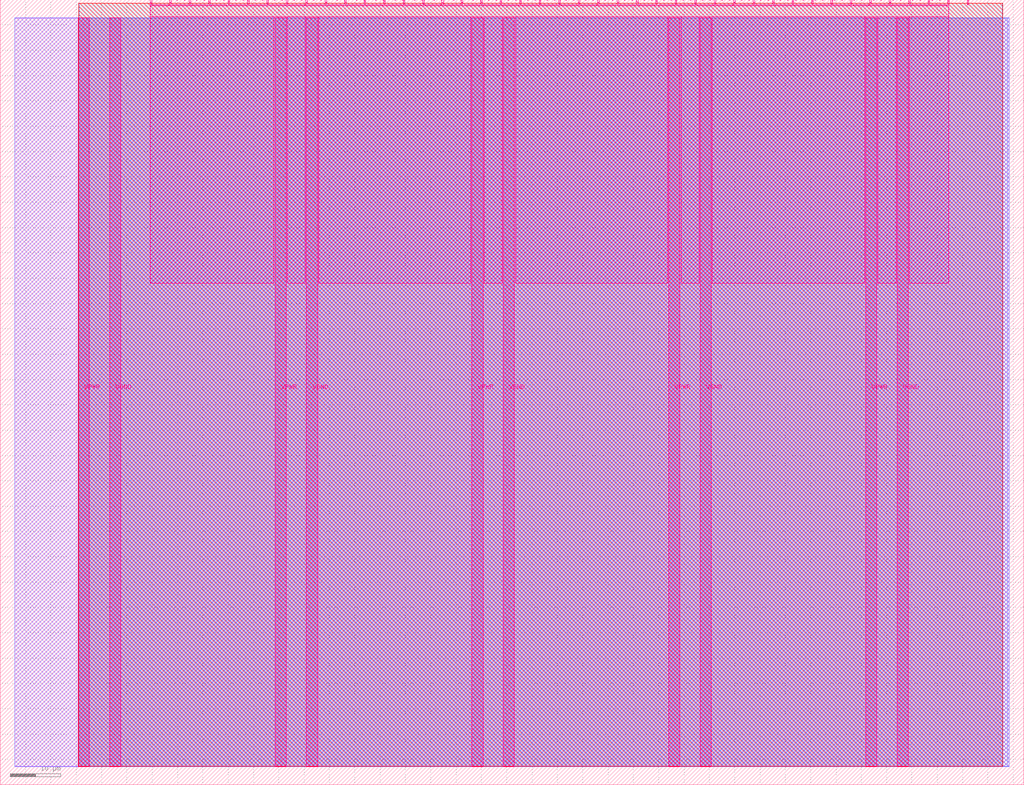
<source format=lef>
VERSION 5.7 ;
  NOWIREEXTENSIONATPIN ON ;
  DIVIDERCHAR "/" ;
  BUSBITCHARS "[]" ;
MACRO tt_um_atomNPU
  CLASS BLOCK ;
  FOREIGN tt_um_atomNPU ;
  ORIGIN 0.000 0.000 ;
  SIZE 202.080 BY 154.980 ;
  PIN VGND
    DIRECTION INOUT ;
    USE GROUND ;
    PORT
      LAYER Metal5 ;
        RECT 21.580 3.560 23.780 151.420 ;
    END
    PORT
      LAYER Metal5 ;
        RECT 60.450 3.560 62.650 151.420 ;
    END
    PORT
      LAYER Metal5 ;
        RECT 99.320 3.560 101.520 151.420 ;
    END
    PORT
      LAYER Metal5 ;
        RECT 138.190 3.560 140.390 151.420 ;
    END
    PORT
      LAYER Metal5 ;
        RECT 177.060 3.560 179.260 151.420 ;
    END
  END VGND
  PIN VPWR
    DIRECTION INOUT ;
    USE POWER ;
    PORT
      LAYER Metal5 ;
        RECT 15.380 3.560 17.580 151.420 ;
    END
    PORT
      LAYER Metal5 ;
        RECT 54.250 3.560 56.450 151.420 ;
    END
    PORT
      LAYER Metal5 ;
        RECT 93.120 3.560 95.320 151.420 ;
    END
    PORT
      LAYER Metal5 ;
        RECT 131.990 3.560 134.190 151.420 ;
    END
    PORT
      LAYER Metal5 ;
        RECT 170.860 3.560 173.060 151.420 ;
    END
  END VPWR
  PIN clk
    DIRECTION INPUT ;
    USE SIGNAL ;
    ANTENNAGATEAREA 0.213200 ;
    PORT
      LAYER Metal5 ;
        RECT 187.050 153.980 187.350 154.980 ;
    END
  END clk
  PIN ena
    DIRECTION INPUT ;
    USE SIGNAL ;
    PORT
      LAYER Metal5 ;
        RECT 190.890 153.980 191.190 154.980 ;
    END
  END ena
  PIN rst_n
    DIRECTION INPUT ;
    USE SIGNAL ;
    ANTENNAGATEAREA 0.213200 ;
    PORT
      LAYER Metal5 ;
        RECT 183.210 153.980 183.510 154.980 ;
    END
  END rst_n
  PIN ui_in[0]
    DIRECTION INPUT ;
    USE SIGNAL ;
    ANTENNAGATEAREA 0.180700 ;
    PORT
      LAYER Metal5 ;
        RECT 179.370 153.980 179.670 154.980 ;
    END
  END ui_in[0]
  PIN ui_in[1]
    DIRECTION INPUT ;
    USE SIGNAL ;
    ANTENNAGATEAREA 0.180700 ;
    PORT
      LAYER Metal5 ;
        RECT 175.530 153.980 175.830 154.980 ;
    END
  END ui_in[1]
  PIN ui_in[2]
    DIRECTION INPUT ;
    USE SIGNAL ;
    ANTENNAGATEAREA 0.180700 ;
    PORT
      LAYER Metal5 ;
        RECT 171.690 153.980 171.990 154.980 ;
    END
  END ui_in[2]
  PIN ui_in[3]
    DIRECTION INPUT ;
    USE SIGNAL ;
    ANTENNAGATEAREA 0.180700 ;
    PORT
      LAYER Metal5 ;
        RECT 167.850 153.980 168.150 154.980 ;
    END
  END ui_in[3]
  PIN ui_in[4]
    DIRECTION INPUT ;
    USE SIGNAL ;
    PORT
      LAYER Metal5 ;
        RECT 164.010 153.980 164.310 154.980 ;
    END
  END ui_in[4]
  PIN ui_in[5]
    DIRECTION INPUT ;
    USE SIGNAL ;
    PORT
      LAYER Metal5 ;
        RECT 160.170 153.980 160.470 154.980 ;
    END
  END ui_in[5]
  PIN ui_in[6]
    DIRECTION INPUT ;
    USE SIGNAL ;
    PORT
      LAYER Metal5 ;
        RECT 156.330 153.980 156.630 154.980 ;
    END
  END ui_in[6]
  PIN ui_in[7]
    DIRECTION INPUT ;
    USE SIGNAL ;
    PORT
      LAYER Metal5 ;
        RECT 152.490 153.980 152.790 154.980 ;
    END
  END ui_in[7]
  PIN uio_in[0]
    DIRECTION INPUT ;
    USE SIGNAL ;
    ANTENNAGATEAREA 0.180700 ;
    PORT
      LAYER Metal5 ;
        RECT 148.650 153.980 148.950 154.980 ;
    END
  END uio_in[0]
  PIN uio_in[1]
    DIRECTION INPUT ;
    USE SIGNAL ;
    ANTENNAGATEAREA 0.180700 ;
    PORT
      LAYER Metal5 ;
        RECT 144.810 153.980 145.110 154.980 ;
    END
  END uio_in[1]
  PIN uio_in[2]
    DIRECTION INPUT ;
    USE SIGNAL ;
    ANTENNAGATEAREA 0.180700 ;
    PORT
      LAYER Metal5 ;
        RECT 140.970 153.980 141.270 154.980 ;
    END
  END uio_in[2]
  PIN uio_in[3]
    DIRECTION INPUT ;
    USE SIGNAL ;
    ANTENNAGATEAREA 0.180700 ;
    PORT
      LAYER Metal5 ;
        RECT 137.130 153.980 137.430 154.980 ;
    END
  END uio_in[3]
  PIN uio_in[4]
    DIRECTION INPUT ;
    USE SIGNAL ;
    ANTENNAGATEAREA 0.180700 ;
    PORT
      LAYER Metal5 ;
        RECT 133.290 153.980 133.590 154.980 ;
    END
  END uio_in[4]
  PIN uio_in[5]
    DIRECTION INPUT ;
    USE SIGNAL ;
    PORT
      LAYER Metal5 ;
        RECT 129.450 153.980 129.750 154.980 ;
    END
  END uio_in[5]
  PIN uio_in[6]
    DIRECTION INPUT ;
    USE SIGNAL ;
    PORT
      LAYER Metal5 ;
        RECT 125.610 153.980 125.910 154.980 ;
    END
  END uio_in[6]
  PIN uio_in[7]
    DIRECTION INPUT ;
    USE SIGNAL ;
    PORT
      LAYER Metal5 ;
        RECT 121.770 153.980 122.070 154.980 ;
    END
  END uio_in[7]
  PIN uio_oe[0]
    DIRECTION OUTPUT ;
    USE SIGNAL ;
    ANTENNADIFFAREA 0.299200 ;
    PORT
      LAYER Metal5 ;
        RECT 56.490 153.980 56.790 154.980 ;
    END
  END uio_oe[0]
  PIN uio_oe[1]
    DIRECTION OUTPUT ;
    USE SIGNAL ;
    ANTENNADIFFAREA 0.299200 ;
    PORT
      LAYER Metal5 ;
        RECT 52.650 153.980 52.950 154.980 ;
    END
  END uio_oe[1]
  PIN uio_oe[2]
    DIRECTION OUTPUT ;
    USE SIGNAL ;
    ANTENNADIFFAREA 0.299200 ;
    PORT
      LAYER Metal5 ;
        RECT 48.810 153.980 49.110 154.980 ;
    END
  END uio_oe[2]
  PIN uio_oe[3]
    DIRECTION OUTPUT ;
    USE SIGNAL ;
    ANTENNADIFFAREA 0.299200 ;
    PORT
      LAYER Metal5 ;
        RECT 44.970 153.980 45.270 154.980 ;
    END
  END uio_oe[3]
  PIN uio_oe[4]
    DIRECTION OUTPUT ;
    USE SIGNAL ;
    ANTENNADIFFAREA 0.299200 ;
    PORT
      LAYER Metal5 ;
        RECT 41.130 153.980 41.430 154.980 ;
    END
  END uio_oe[4]
  PIN uio_oe[5]
    DIRECTION OUTPUT ;
    USE SIGNAL ;
    ANTENNADIFFAREA 0.299200 ;
    PORT
      LAYER Metal5 ;
        RECT 37.290 153.980 37.590 154.980 ;
    END
  END uio_oe[5]
  PIN uio_oe[6]
    DIRECTION OUTPUT ;
    USE SIGNAL ;
    ANTENNADIFFAREA 0.299200 ;
    PORT
      LAYER Metal5 ;
        RECT 33.450 153.980 33.750 154.980 ;
    END
  END uio_oe[6]
  PIN uio_oe[7]
    DIRECTION OUTPUT ;
    USE SIGNAL ;
    ANTENNADIFFAREA 0.299200 ;
    PORT
      LAYER Metal5 ;
        RECT 29.610 153.980 29.910 154.980 ;
    END
  END uio_oe[7]
  PIN uio_out[0]
    DIRECTION OUTPUT ;
    USE SIGNAL ;
    ANTENNAGATEAREA 0.289900 ;
    ANTENNADIFFAREA 0.632400 ;
    PORT
      LAYER Metal5 ;
        RECT 87.210 153.980 87.510 154.980 ;
    END
  END uio_out[0]
  PIN uio_out[1]
    DIRECTION OUTPUT ;
    USE SIGNAL ;
    ANTENNAGATEAREA 0.322400 ;
    ANTENNADIFFAREA 0.632400 ;
    PORT
      LAYER Metal5 ;
        RECT 83.370 153.980 83.670 154.980 ;
    END
  END uio_out[1]
  PIN uio_out[2]
    DIRECTION OUTPUT ;
    USE SIGNAL ;
    ANTENNAGATEAREA 0.455000 ;
    ANTENNADIFFAREA 0.632400 ;
    PORT
      LAYER Metal5 ;
        RECT 79.530 153.980 79.830 154.980 ;
    END
  END uio_out[2]
  PIN uio_out[3]
    DIRECTION OUTPUT ;
    USE SIGNAL ;
    ANTENNAGATEAREA 0.322400 ;
    ANTENNADIFFAREA 0.632400 ;
    PORT
      LAYER Metal5 ;
        RECT 75.690 153.980 75.990 154.980 ;
    END
  END uio_out[3]
  PIN uio_out[4]
    DIRECTION OUTPUT ;
    USE SIGNAL ;
    ANTENNADIFFAREA 0.299200 ;
    PORT
      LAYER Metal5 ;
        RECT 71.850 153.980 72.150 154.980 ;
    END
  END uio_out[4]
  PIN uio_out[5]
    DIRECTION OUTPUT ;
    USE SIGNAL ;
    ANTENNADIFFAREA 0.706800 ;
    PORT
      LAYER Metal5 ;
        RECT 68.010 153.980 68.310 154.980 ;
    END
  END uio_out[5]
  PIN uio_out[6]
    DIRECTION OUTPUT ;
    USE SIGNAL ;
    ANTENNADIFFAREA 0.299200 ;
    PORT
      LAYER Metal5 ;
        RECT 64.170 153.980 64.470 154.980 ;
    END
  END uio_out[6]
  PIN uio_out[7]
    DIRECTION OUTPUT ;
    USE SIGNAL ;
    ANTENNADIFFAREA 0.299200 ;
    PORT
      LAYER Metal5 ;
        RECT 60.330 153.980 60.630 154.980 ;
    END
  END uio_out[7]
  PIN uo_out[0]
    DIRECTION OUTPUT ;
    USE SIGNAL ;
    ANTENNADIFFAREA 0.654800 ;
    PORT
      LAYER Metal5 ;
        RECT 117.930 153.980 118.230 154.980 ;
    END
  END uo_out[0]
  PIN uo_out[1]
    DIRECTION OUTPUT ;
    USE SIGNAL ;
    ANTENNADIFFAREA 0.706800 ;
    PORT
      LAYER Metal5 ;
        RECT 114.090 153.980 114.390 154.980 ;
    END
  END uo_out[1]
  PIN uo_out[2]
    DIRECTION OUTPUT ;
    USE SIGNAL ;
    ANTENNADIFFAREA 0.706800 ;
    PORT
      LAYER Metal5 ;
        RECT 110.250 153.980 110.550 154.980 ;
    END
  END uo_out[2]
  PIN uo_out[3]
    DIRECTION OUTPUT ;
    USE SIGNAL ;
    ANTENNADIFFAREA 0.706800 ;
    PORT
      LAYER Metal5 ;
        RECT 106.410 153.980 106.710 154.980 ;
    END
  END uo_out[3]
  PIN uo_out[4]
    DIRECTION OUTPUT ;
    USE SIGNAL ;
    ANTENNADIFFAREA 0.299200 ;
    PORT
      LAYER Metal5 ;
        RECT 102.570 153.980 102.870 154.980 ;
    END
  END uo_out[4]
  PIN uo_out[5]
    DIRECTION OUTPUT ;
    USE SIGNAL ;
    ANTENNADIFFAREA 0.654800 ;
    PORT
      LAYER Metal5 ;
        RECT 98.730 153.980 99.030 154.980 ;
    END
  END uo_out[5]
  PIN uo_out[6]
    DIRECTION OUTPUT ;
    USE SIGNAL ;
    ANTENNADIFFAREA 0.299200 ;
    PORT
      LAYER Metal5 ;
        RECT 94.890 153.980 95.190 154.980 ;
    END
  END uo_out[6]
  PIN uo_out[7]
    DIRECTION OUTPUT ;
    USE SIGNAL ;
    ANTENNADIFFAREA 0.299200 ;
    PORT
      LAYER Metal5 ;
        RECT 91.050 153.980 91.350 154.980 ;
    END
  END uo_out[7]
  OBS
      LAYER GatPoly ;
        RECT 2.880 3.630 199.200 151.350 ;
      LAYER Metal1 ;
        RECT 2.880 3.560 199.200 151.420 ;
      LAYER Metal2 ;
        RECT 15.515 3.680 198.865 151.300 ;
      LAYER Metal3 ;
        RECT 15.560 3.635 197.860 154.285 ;
      LAYER Metal4 ;
        RECT 15.515 3.680 197.905 154.240 ;
      LAYER Metal5 ;
        RECT 30.120 153.770 33.240 153.980 ;
        RECT 33.960 153.770 37.080 153.980 ;
        RECT 37.800 153.770 40.920 153.980 ;
        RECT 41.640 153.770 44.760 153.980 ;
        RECT 45.480 153.770 48.600 153.980 ;
        RECT 49.320 153.770 52.440 153.980 ;
        RECT 53.160 153.770 56.280 153.980 ;
        RECT 57.000 153.770 60.120 153.980 ;
        RECT 60.840 153.770 63.960 153.980 ;
        RECT 64.680 153.770 67.800 153.980 ;
        RECT 68.520 153.770 71.640 153.980 ;
        RECT 72.360 153.770 75.480 153.980 ;
        RECT 76.200 153.770 79.320 153.980 ;
        RECT 80.040 153.770 83.160 153.980 ;
        RECT 83.880 153.770 87.000 153.980 ;
        RECT 87.720 153.770 90.840 153.980 ;
        RECT 91.560 153.770 94.680 153.980 ;
        RECT 95.400 153.770 98.520 153.980 ;
        RECT 99.240 153.770 102.360 153.980 ;
        RECT 103.080 153.770 106.200 153.980 ;
        RECT 106.920 153.770 110.040 153.980 ;
        RECT 110.760 153.770 113.880 153.980 ;
        RECT 114.600 153.770 117.720 153.980 ;
        RECT 118.440 153.770 121.560 153.980 ;
        RECT 122.280 153.770 125.400 153.980 ;
        RECT 126.120 153.770 129.240 153.980 ;
        RECT 129.960 153.770 133.080 153.980 ;
        RECT 133.800 153.770 136.920 153.980 ;
        RECT 137.640 153.770 140.760 153.980 ;
        RECT 141.480 153.770 144.600 153.980 ;
        RECT 145.320 153.770 148.440 153.980 ;
        RECT 149.160 153.770 152.280 153.980 ;
        RECT 153.000 153.770 156.120 153.980 ;
        RECT 156.840 153.770 159.960 153.980 ;
        RECT 160.680 153.770 163.800 153.980 ;
        RECT 164.520 153.770 167.640 153.980 ;
        RECT 168.360 153.770 171.480 153.980 ;
        RECT 172.200 153.770 175.320 153.980 ;
        RECT 176.040 153.770 179.160 153.980 ;
        RECT 179.880 153.770 183.000 153.980 ;
        RECT 183.720 153.770 186.840 153.980 ;
        RECT 29.660 151.630 187.300 153.770 ;
        RECT 29.660 98.975 54.040 151.630 ;
        RECT 56.660 98.975 60.240 151.630 ;
        RECT 62.860 98.975 92.910 151.630 ;
        RECT 95.530 98.975 99.110 151.630 ;
        RECT 101.730 98.975 131.780 151.630 ;
        RECT 134.400 98.975 137.980 151.630 ;
        RECT 140.600 98.975 170.650 151.630 ;
        RECT 173.270 98.975 176.850 151.630 ;
        RECT 179.470 98.975 187.300 151.630 ;
  END
END tt_um_atomNPU
END LIBRARY


</source>
